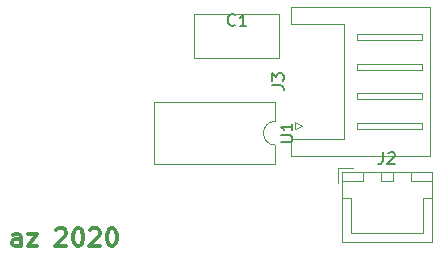
<source format=gbr>
G04 #@! TF.GenerationSoftware,KiCad,Pcbnew,5.0.2+dfsg1-1*
G04 #@! TF.CreationDate,2020-08-26T18:16:29+10:00*
G04 #@! TF.ProjectId,board_k,626f6172-645f-46b2-9e6b-696361645f70,rev?*
G04 #@! TF.SameCoordinates,Original*
G04 #@! TF.FileFunction,Legend,Top*
G04 #@! TF.FilePolarity,Positive*
%FSLAX46Y46*%
G04 Gerber Fmt 4.6, Leading zero omitted, Abs format (unit mm)*
G04 Created by KiCad (PCBNEW 5.0.2+dfsg1-1) date Wed Aug 26 18:16:29 2020*
%MOMM*%
%LPD*%
G01*
G04 APERTURE LIST*
%ADD10C,0.300000*%
%ADD11C,0.120000*%
%ADD12C,0.150000*%
G04 APERTURE END LIST*
D10*
X126460714Y-104183571D02*
X126460714Y-103397857D01*
X126389285Y-103255000D01*
X126246428Y-103183571D01*
X125960714Y-103183571D01*
X125817857Y-103255000D01*
X126460714Y-104112142D02*
X126317857Y-104183571D01*
X125960714Y-104183571D01*
X125817857Y-104112142D01*
X125746428Y-103969285D01*
X125746428Y-103826428D01*
X125817857Y-103683571D01*
X125960714Y-103612142D01*
X126317857Y-103612142D01*
X126460714Y-103540714D01*
X127032142Y-103183571D02*
X127817857Y-103183571D01*
X127032142Y-104183571D01*
X127817857Y-104183571D01*
X129460714Y-102826428D02*
X129532142Y-102755000D01*
X129675000Y-102683571D01*
X130032142Y-102683571D01*
X130175000Y-102755000D01*
X130246428Y-102826428D01*
X130317857Y-102969285D01*
X130317857Y-103112142D01*
X130246428Y-103326428D01*
X129389285Y-104183571D01*
X130317857Y-104183571D01*
X131246428Y-102683571D02*
X131389285Y-102683571D01*
X131532142Y-102755000D01*
X131603571Y-102826428D01*
X131675000Y-102969285D01*
X131746428Y-103255000D01*
X131746428Y-103612142D01*
X131675000Y-103897857D01*
X131603571Y-104040714D01*
X131532142Y-104112142D01*
X131389285Y-104183571D01*
X131246428Y-104183571D01*
X131103571Y-104112142D01*
X131032142Y-104040714D01*
X130960714Y-103897857D01*
X130889285Y-103612142D01*
X130889285Y-103255000D01*
X130960714Y-102969285D01*
X131032142Y-102826428D01*
X131103571Y-102755000D01*
X131246428Y-102683571D01*
X132317857Y-102826428D02*
X132389285Y-102755000D01*
X132532142Y-102683571D01*
X132889285Y-102683571D01*
X133032142Y-102755000D01*
X133103571Y-102826428D01*
X133175000Y-102969285D01*
X133175000Y-103112142D01*
X133103571Y-103326428D01*
X132246428Y-104183571D01*
X133175000Y-104183571D01*
X134103571Y-102683571D02*
X134246428Y-102683571D01*
X134389285Y-102755000D01*
X134460714Y-102826428D01*
X134532142Y-102969285D01*
X134603571Y-103255000D01*
X134603571Y-103612142D01*
X134532142Y-103897857D01*
X134460714Y-104040714D01*
X134389285Y-104112142D01*
X134246428Y-104183571D01*
X134103571Y-104183571D01*
X133960714Y-104112142D01*
X133889285Y-104040714D01*
X133817857Y-103897857D01*
X133746428Y-103612142D01*
X133746428Y-103255000D01*
X133817857Y-102969285D01*
X133889285Y-102826428D01*
X133960714Y-102755000D01*
X134103571Y-102683571D01*
D11*
G04 #@! TO.C,J3*
X161075000Y-90230000D02*
X161075000Y-96540000D01*
X161075000Y-96540000D02*
X149355000Y-96540000D01*
X149355000Y-96540000D02*
X149355000Y-95120000D01*
X149355000Y-95120000D02*
X153855000Y-95120000D01*
X153855000Y-95120000D02*
X153855000Y-90230000D01*
X161075000Y-90230000D02*
X161075000Y-83920000D01*
X161075000Y-83920000D02*
X149355000Y-83920000D01*
X149355000Y-83920000D02*
X149355000Y-85340000D01*
X149355000Y-85340000D02*
X153855000Y-85340000D01*
X153855000Y-85340000D02*
X153855000Y-90230000D01*
X154965000Y-94230000D02*
X160465000Y-94230000D01*
X160465000Y-94230000D02*
X160465000Y-93730000D01*
X160465000Y-93730000D02*
X154965000Y-93730000D01*
X154965000Y-93730000D02*
X154965000Y-94230000D01*
X154965000Y-91730000D02*
X160465000Y-91730000D01*
X160465000Y-91730000D02*
X160465000Y-91230000D01*
X160465000Y-91230000D02*
X154965000Y-91230000D01*
X154965000Y-91230000D02*
X154965000Y-91730000D01*
X154965000Y-89230000D02*
X160465000Y-89230000D01*
X160465000Y-89230000D02*
X160465000Y-88730000D01*
X160465000Y-88730000D02*
X154965000Y-88730000D01*
X154965000Y-88730000D02*
X154965000Y-89230000D01*
X154965000Y-86730000D02*
X160465000Y-86730000D01*
X160465000Y-86730000D02*
X160465000Y-86230000D01*
X160465000Y-86230000D02*
X154965000Y-86230000D01*
X154965000Y-86230000D02*
X154965000Y-86730000D01*
X150265000Y-93980000D02*
X149665000Y-94280000D01*
X149665000Y-94280000D02*
X149665000Y-93680000D01*
X149665000Y-93680000D02*
X150265000Y-93980000D01*
G04 #@! TO.C,J2*
X153650000Y-97870000D02*
X153650000Y-103840000D01*
X153650000Y-103840000D02*
X161270000Y-103840000D01*
X161270000Y-103840000D02*
X161270000Y-97870000D01*
X161270000Y-97870000D02*
X153650000Y-97870000D01*
X156960000Y-97880000D02*
X156960000Y-98630000D01*
X156960000Y-98630000D02*
X157960000Y-98630000D01*
X157960000Y-98630000D02*
X157960000Y-97880000D01*
X157960000Y-97880000D02*
X156960000Y-97880000D01*
X153660000Y-97880000D02*
X153660000Y-98630000D01*
X153660000Y-98630000D02*
X155460000Y-98630000D01*
X155460000Y-98630000D02*
X155460000Y-97880000D01*
X155460000Y-97880000D02*
X153660000Y-97880000D01*
X159460000Y-97880000D02*
X159460000Y-98630000D01*
X159460000Y-98630000D02*
X161260000Y-98630000D01*
X161260000Y-98630000D02*
X161260000Y-97880000D01*
X161260000Y-97880000D02*
X159460000Y-97880000D01*
X153660000Y-100130000D02*
X154410000Y-100130000D01*
X154410000Y-100130000D02*
X154410000Y-103080000D01*
X154410000Y-103080000D02*
X157460000Y-103080000D01*
X161260000Y-100130000D02*
X160510000Y-100130000D01*
X160510000Y-100130000D02*
X160510000Y-103080000D01*
X160510000Y-103080000D02*
X157460000Y-103080000D01*
X154610000Y-97580000D02*
X153360000Y-97580000D01*
X153360000Y-97580000D02*
X153360000Y-98830000D01*
G04 #@! TO.C,U1*
X148015000Y-95615000D02*
G75*
G02X148015000Y-93615000I0J1000000D01*
G01*
X148015000Y-93615000D02*
X148015000Y-91965000D01*
X148015000Y-91965000D02*
X137735000Y-91965000D01*
X137735000Y-91965000D02*
X137735000Y-97265000D01*
X137735000Y-97265000D02*
X148015000Y-97265000D01*
X148015000Y-97265000D02*
X148015000Y-95615000D01*
G04 #@! TO.C,C1*
X141120000Y-84490000D02*
X148360000Y-84490000D01*
X141120000Y-88230000D02*
X148360000Y-88230000D01*
X141120000Y-84490000D02*
X141120000Y-88230000D01*
X148360000Y-84490000D02*
X148360000Y-88230000D01*
G04 #@! TO.C,J3*
D12*
X147717380Y-90563333D02*
X148431666Y-90563333D01*
X148574523Y-90610952D01*
X148669761Y-90706190D01*
X148717380Y-90849047D01*
X148717380Y-90944285D01*
X147717380Y-90182380D02*
X147717380Y-89563333D01*
X148098333Y-89896666D01*
X148098333Y-89753809D01*
X148145952Y-89658571D01*
X148193571Y-89610952D01*
X148288809Y-89563333D01*
X148526904Y-89563333D01*
X148622142Y-89610952D01*
X148669761Y-89658571D01*
X148717380Y-89753809D01*
X148717380Y-90039523D01*
X148669761Y-90134761D01*
X148622142Y-90182380D01*
G04 #@! TO.C,J2*
X157126666Y-96232380D02*
X157126666Y-96946666D01*
X157079047Y-97089523D01*
X156983809Y-97184761D01*
X156840952Y-97232380D01*
X156745714Y-97232380D01*
X157555238Y-96327619D02*
X157602857Y-96280000D01*
X157698095Y-96232380D01*
X157936190Y-96232380D01*
X158031428Y-96280000D01*
X158079047Y-96327619D01*
X158126666Y-96422857D01*
X158126666Y-96518095D01*
X158079047Y-96660952D01*
X157507619Y-97232380D01*
X158126666Y-97232380D01*
G04 #@! TO.C,U1*
X148467380Y-95376904D02*
X149276904Y-95376904D01*
X149372142Y-95329285D01*
X149419761Y-95281666D01*
X149467380Y-95186428D01*
X149467380Y-94995952D01*
X149419761Y-94900714D01*
X149372142Y-94853095D01*
X149276904Y-94805476D01*
X148467380Y-94805476D01*
X149467380Y-93805476D02*
X149467380Y-94376904D01*
X149467380Y-94091190D02*
X148467380Y-94091190D01*
X148610238Y-94186428D01*
X148705476Y-94281666D01*
X148753095Y-94376904D01*
G04 #@! TO.C,C1*
X144613333Y-85447142D02*
X144565714Y-85494761D01*
X144422857Y-85542380D01*
X144327619Y-85542380D01*
X144184761Y-85494761D01*
X144089523Y-85399523D01*
X144041904Y-85304285D01*
X143994285Y-85113809D01*
X143994285Y-84970952D01*
X144041904Y-84780476D01*
X144089523Y-84685238D01*
X144184761Y-84590000D01*
X144327619Y-84542380D01*
X144422857Y-84542380D01*
X144565714Y-84590000D01*
X144613333Y-84637619D01*
X145565714Y-85542380D02*
X144994285Y-85542380D01*
X145280000Y-85542380D02*
X145280000Y-84542380D01*
X145184761Y-84685238D01*
X145089523Y-84780476D01*
X144994285Y-84828095D01*
G04 #@! TD*
M02*

</source>
